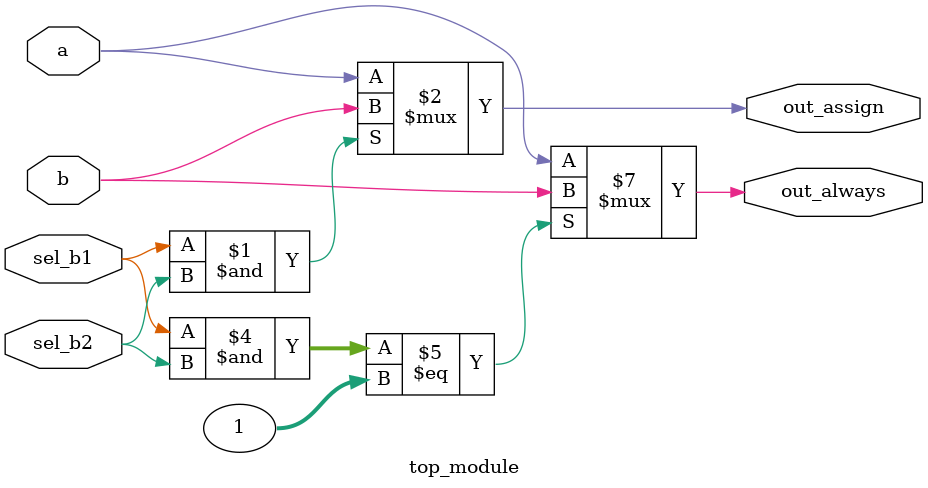
<source format=v>
module top_module(
    input a,
    input b,
    input sel_b1,
    input sel_b2,
    output wire out_assign,
    output reg out_always   ); 
    assign out_assign=(sel_b1&sel_b2)?b:a;
    always @(*) begin
        if((sel_b1&sel_b2)==1) begin
            out_always=b;
        end
        else begin
            out_always=a;
        end
    end
endmodule

</source>
